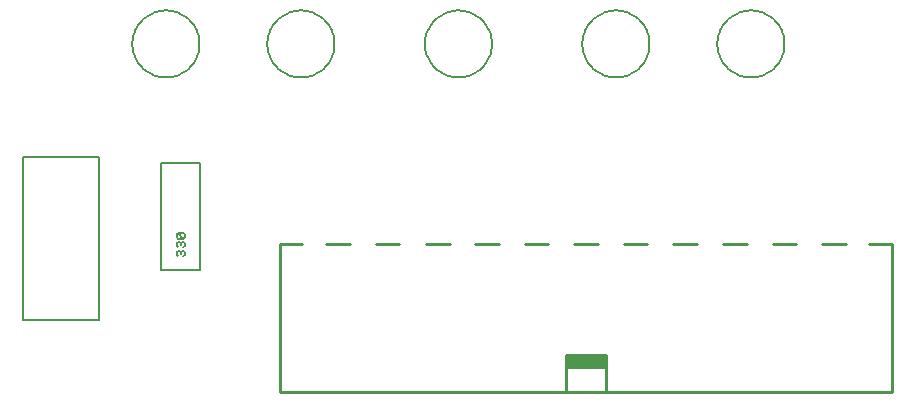
<source format=gto>
G75*
G70*
%OFA0B0*%
%FSLAX24Y24*%
%IPPOS*%
%LPD*%
%AMOC8*
5,1,8,0,0,1.08239X$1,22.5*
%
%ADD10C,0.0100*%
%ADD11C,0.0080*%
%ADD12C,0.0050*%
D10*
X012251Y001202D02*
X032645Y001202D01*
X032645Y006139D01*
X031897Y006139D01*
X031109Y006139D02*
X030322Y006139D01*
X029456Y006139D02*
X028668Y006139D01*
X027802Y006139D02*
X027015Y006139D01*
X026149Y006139D02*
X025361Y006139D01*
X024495Y006139D02*
X023708Y006139D01*
X022842Y006139D02*
X022054Y006139D01*
X021188Y006139D02*
X020401Y006139D01*
X019534Y006139D02*
X018747Y006139D01*
X017920Y006139D02*
X017133Y006139D01*
X016227Y006139D02*
X015440Y006139D01*
X014574Y006139D02*
X013786Y006139D01*
X012999Y006139D02*
X012251Y006139D01*
X012251Y001202D01*
X021779Y001257D02*
X021779Y002438D01*
X021779Y002044D01*
X023117Y002044D01*
X023117Y002438D01*
X021779Y002438D01*
X023117Y002438D01*
X023117Y001257D01*
X023117Y002110D02*
X021779Y002110D01*
X021779Y002209D02*
X023117Y002209D01*
X023117Y002307D02*
X021779Y002307D01*
X021779Y002406D02*
X023117Y002406D01*
D11*
X009597Y005278D02*
X009597Y008822D01*
X008298Y008822D01*
X008298Y005278D01*
X009597Y005278D01*
D12*
X003668Y003583D02*
X003668Y009017D01*
X006227Y009017D01*
X006227Y003583D01*
X003668Y003583D01*
X008803Y005770D02*
X008803Y005860D01*
X008848Y005905D01*
X008893Y005905D01*
X008938Y005860D01*
X008983Y005905D01*
X009028Y005905D01*
X009073Y005860D01*
X009073Y005770D01*
X009028Y005725D01*
X008938Y005815D02*
X008938Y005860D01*
X008848Y005725D02*
X008803Y005770D01*
X008848Y006020D02*
X008803Y006065D01*
X008803Y006155D01*
X008848Y006200D01*
X008893Y006200D01*
X008938Y006155D01*
X008983Y006200D01*
X009028Y006200D01*
X009073Y006155D01*
X009073Y006065D01*
X009028Y006020D01*
X008938Y006110D02*
X008938Y006155D01*
X009028Y006314D02*
X008848Y006494D01*
X009028Y006494D01*
X009073Y006449D01*
X009073Y006359D01*
X009028Y006314D01*
X008848Y006314D01*
X008803Y006359D01*
X008803Y006449D01*
X008848Y006494D01*
X007330Y012800D02*
X007332Y012866D01*
X007338Y012932D01*
X007348Y012998D01*
X007361Y013063D01*
X007379Y013127D01*
X007400Y013189D01*
X007425Y013251D01*
X007453Y013311D01*
X007485Y013369D01*
X007521Y013425D01*
X007559Y013478D01*
X007601Y013530D01*
X007646Y013579D01*
X007693Y013625D01*
X007744Y013668D01*
X007796Y013708D01*
X007851Y013745D01*
X007908Y013779D01*
X007967Y013809D01*
X008028Y013836D01*
X008090Y013859D01*
X008153Y013878D01*
X008218Y013894D01*
X008283Y013906D01*
X008349Y013914D01*
X008415Y013918D01*
X008481Y013918D01*
X008547Y013914D01*
X008613Y013906D01*
X008678Y013894D01*
X008743Y013878D01*
X008806Y013859D01*
X008868Y013836D01*
X008929Y013809D01*
X008988Y013779D01*
X009045Y013745D01*
X009100Y013708D01*
X009152Y013668D01*
X009203Y013625D01*
X009250Y013579D01*
X009295Y013530D01*
X009337Y013478D01*
X009375Y013425D01*
X009411Y013369D01*
X009443Y013311D01*
X009471Y013251D01*
X009496Y013189D01*
X009517Y013127D01*
X009535Y013063D01*
X009548Y012998D01*
X009558Y012932D01*
X009564Y012866D01*
X009566Y012800D01*
X009564Y012734D01*
X009558Y012668D01*
X009548Y012602D01*
X009535Y012537D01*
X009517Y012473D01*
X009496Y012411D01*
X009471Y012349D01*
X009443Y012289D01*
X009411Y012231D01*
X009375Y012175D01*
X009337Y012122D01*
X009295Y012070D01*
X009250Y012021D01*
X009203Y011975D01*
X009152Y011932D01*
X009100Y011892D01*
X009045Y011855D01*
X008988Y011821D01*
X008929Y011791D01*
X008868Y011764D01*
X008806Y011741D01*
X008743Y011722D01*
X008678Y011706D01*
X008613Y011694D01*
X008547Y011686D01*
X008481Y011682D01*
X008415Y011682D01*
X008349Y011686D01*
X008283Y011694D01*
X008218Y011706D01*
X008153Y011722D01*
X008090Y011741D01*
X008028Y011764D01*
X007967Y011791D01*
X007908Y011821D01*
X007851Y011855D01*
X007796Y011892D01*
X007744Y011932D01*
X007693Y011975D01*
X007646Y012021D01*
X007601Y012070D01*
X007559Y012122D01*
X007521Y012175D01*
X007485Y012231D01*
X007453Y012289D01*
X007425Y012349D01*
X007400Y012411D01*
X007379Y012473D01*
X007361Y012537D01*
X007348Y012602D01*
X007338Y012668D01*
X007332Y012734D01*
X007330Y012800D01*
X011830Y012800D02*
X011832Y012866D01*
X011838Y012932D01*
X011848Y012998D01*
X011861Y013063D01*
X011879Y013127D01*
X011900Y013189D01*
X011925Y013251D01*
X011953Y013311D01*
X011985Y013369D01*
X012021Y013425D01*
X012059Y013478D01*
X012101Y013530D01*
X012146Y013579D01*
X012193Y013625D01*
X012244Y013668D01*
X012296Y013708D01*
X012351Y013745D01*
X012408Y013779D01*
X012467Y013809D01*
X012528Y013836D01*
X012590Y013859D01*
X012653Y013878D01*
X012718Y013894D01*
X012783Y013906D01*
X012849Y013914D01*
X012915Y013918D01*
X012981Y013918D01*
X013047Y013914D01*
X013113Y013906D01*
X013178Y013894D01*
X013243Y013878D01*
X013306Y013859D01*
X013368Y013836D01*
X013429Y013809D01*
X013488Y013779D01*
X013545Y013745D01*
X013600Y013708D01*
X013652Y013668D01*
X013703Y013625D01*
X013750Y013579D01*
X013795Y013530D01*
X013837Y013478D01*
X013875Y013425D01*
X013911Y013369D01*
X013943Y013311D01*
X013971Y013251D01*
X013996Y013189D01*
X014017Y013127D01*
X014035Y013063D01*
X014048Y012998D01*
X014058Y012932D01*
X014064Y012866D01*
X014066Y012800D01*
X014064Y012734D01*
X014058Y012668D01*
X014048Y012602D01*
X014035Y012537D01*
X014017Y012473D01*
X013996Y012411D01*
X013971Y012349D01*
X013943Y012289D01*
X013911Y012231D01*
X013875Y012175D01*
X013837Y012122D01*
X013795Y012070D01*
X013750Y012021D01*
X013703Y011975D01*
X013652Y011932D01*
X013600Y011892D01*
X013545Y011855D01*
X013488Y011821D01*
X013429Y011791D01*
X013368Y011764D01*
X013306Y011741D01*
X013243Y011722D01*
X013178Y011706D01*
X013113Y011694D01*
X013047Y011686D01*
X012981Y011682D01*
X012915Y011682D01*
X012849Y011686D01*
X012783Y011694D01*
X012718Y011706D01*
X012653Y011722D01*
X012590Y011741D01*
X012528Y011764D01*
X012467Y011791D01*
X012408Y011821D01*
X012351Y011855D01*
X012296Y011892D01*
X012244Y011932D01*
X012193Y011975D01*
X012146Y012021D01*
X012101Y012070D01*
X012059Y012122D01*
X012021Y012175D01*
X011985Y012231D01*
X011953Y012289D01*
X011925Y012349D01*
X011900Y012411D01*
X011879Y012473D01*
X011861Y012537D01*
X011848Y012602D01*
X011838Y012668D01*
X011832Y012734D01*
X011830Y012800D01*
X017080Y012800D02*
X017082Y012866D01*
X017088Y012932D01*
X017098Y012998D01*
X017111Y013063D01*
X017129Y013127D01*
X017150Y013189D01*
X017175Y013251D01*
X017203Y013311D01*
X017235Y013369D01*
X017271Y013425D01*
X017309Y013478D01*
X017351Y013530D01*
X017396Y013579D01*
X017443Y013625D01*
X017494Y013668D01*
X017546Y013708D01*
X017601Y013745D01*
X017658Y013779D01*
X017717Y013809D01*
X017778Y013836D01*
X017840Y013859D01*
X017903Y013878D01*
X017968Y013894D01*
X018033Y013906D01*
X018099Y013914D01*
X018165Y013918D01*
X018231Y013918D01*
X018297Y013914D01*
X018363Y013906D01*
X018428Y013894D01*
X018493Y013878D01*
X018556Y013859D01*
X018618Y013836D01*
X018679Y013809D01*
X018738Y013779D01*
X018795Y013745D01*
X018850Y013708D01*
X018902Y013668D01*
X018953Y013625D01*
X019000Y013579D01*
X019045Y013530D01*
X019087Y013478D01*
X019125Y013425D01*
X019161Y013369D01*
X019193Y013311D01*
X019221Y013251D01*
X019246Y013189D01*
X019267Y013127D01*
X019285Y013063D01*
X019298Y012998D01*
X019308Y012932D01*
X019314Y012866D01*
X019316Y012800D01*
X019314Y012734D01*
X019308Y012668D01*
X019298Y012602D01*
X019285Y012537D01*
X019267Y012473D01*
X019246Y012411D01*
X019221Y012349D01*
X019193Y012289D01*
X019161Y012231D01*
X019125Y012175D01*
X019087Y012122D01*
X019045Y012070D01*
X019000Y012021D01*
X018953Y011975D01*
X018902Y011932D01*
X018850Y011892D01*
X018795Y011855D01*
X018738Y011821D01*
X018679Y011791D01*
X018618Y011764D01*
X018556Y011741D01*
X018493Y011722D01*
X018428Y011706D01*
X018363Y011694D01*
X018297Y011686D01*
X018231Y011682D01*
X018165Y011682D01*
X018099Y011686D01*
X018033Y011694D01*
X017968Y011706D01*
X017903Y011722D01*
X017840Y011741D01*
X017778Y011764D01*
X017717Y011791D01*
X017658Y011821D01*
X017601Y011855D01*
X017546Y011892D01*
X017494Y011932D01*
X017443Y011975D01*
X017396Y012021D01*
X017351Y012070D01*
X017309Y012122D01*
X017271Y012175D01*
X017235Y012231D01*
X017203Y012289D01*
X017175Y012349D01*
X017150Y012411D01*
X017129Y012473D01*
X017111Y012537D01*
X017098Y012602D01*
X017088Y012668D01*
X017082Y012734D01*
X017080Y012800D01*
X022330Y012800D02*
X022332Y012866D01*
X022338Y012932D01*
X022348Y012998D01*
X022361Y013063D01*
X022379Y013127D01*
X022400Y013189D01*
X022425Y013251D01*
X022453Y013311D01*
X022485Y013369D01*
X022521Y013425D01*
X022559Y013478D01*
X022601Y013530D01*
X022646Y013579D01*
X022693Y013625D01*
X022744Y013668D01*
X022796Y013708D01*
X022851Y013745D01*
X022908Y013779D01*
X022967Y013809D01*
X023028Y013836D01*
X023090Y013859D01*
X023153Y013878D01*
X023218Y013894D01*
X023283Y013906D01*
X023349Y013914D01*
X023415Y013918D01*
X023481Y013918D01*
X023547Y013914D01*
X023613Y013906D01*
X023678Y013894D01*
X023743Y013878D01*
X023806Y013859D01*
X023868Y013836D01*
X023929Y013809D01*
X023988Y013779D01*
X024045Y013745D01*
X024100Y013708D01*
X024152Y013668D01*
X024203Y013625D01*
X024250Y013579D01*
X024295Y013530D01*
X024337Y013478D01*
X024375Y013425D01*
X024411Y013369D01*
X024443Y013311D01*
X024471Y013251D01*
X024496Y013189D01*
X024517Y013127D01*
X024535Y013063D01*
X024548Y012998D01*
X024558Y012932D01*
X024564Y012866D01*
X024566Y012800D01*
X024564Y012734D01*
X024558Y012668D01*
X024548Y012602D01*
X024535Y012537D01*
X024517Y012473D01*
X024496Y012411D01*
X024471Y012349D01*
X024443Y012289D01*
X024411Y012231D01*
X024375Y012175D01*
X024337Y012122D01*
X024295Y012070D01*
X024250Y012021D01*
X024203Y011975D01*
X024152Y011932D01*
X024100Y011892D01*
X024045Y011855D01*
X023988Y011821D01*
X023929Y011791D01*
X023868Y011764D01*
X023806Y011741D01*
X023743Y011722D01*
X023678Y011706D01*
X023613Y011694D01*
X023547Y011686D01*
X023481Y011682D01*
X023415Y011682D01*
X023349Y011686D01*
X023283Y011694D01*
X023218Y011706D01*
X023153Y011722D01*
X023090Y011741D01*
X023028Y011764D01*
X022967Y011791D01*
X022908Y011821D01*
X022851Y011855D01*
X022796Y011892D01*
X022744Y011932D01*
X022693Y011975D01*
X022646Y012021D01*
X022601Y012070D01*
X022559Y012122D01*
X022521Y012175D01*
X022485Y012231D01*
X022453Y012289D01*
X022425Y012349D01*
X022400Y012411D01*
X022379Y012473D01*
X022361Y012537D01*
X022348Y012602D01*
X022338Y012668D01*
X022332Y012734D01*
X022330Y012800D01*
X026830Y012800D02*
X026832Y012866D01*
X026838Y012932D01*
X026848Y012998D01*
X026861Y013063D01*
X026879Y013127D01*
X026900Y013189D01*
X026925Y013251D01*
X026953Y013311D01*
X026985Y013369D01*
X027021Y013425D01*
X027059Y013478D01*
X027101Y013530D01*
X027146Y013579D01*
X027193Y013625D01*
X027244Y013668D01*
X027296Y013708D01*
X027351Y013745D01*
X027408Y013779D01*
X027467Y013809D01*
X027528Y013836D01*
X027590Y013859D01*
X027653Y013878D01*
X027718Y013894D01*
X027783Y013906D01*
X027849Y013914D01*
X027915Y013918D01*
X027981Y013918D01*
X028047Y013914D01*
X028113Y013906D01*
X028178Y013894D01*
X028243Y013878D01*
X028306Y013859D01*
X028368Y013836D01*
X028429Y013809D01*
X028488Y013779D01*
X028545Y013745D01*
X028600Y013708D01*
X028652Y013668D01*
X028703Y013625D01*
X028750Y013579D01*
X028795Y013530D01*
X028837Y013478D01*
X028875Y013425D01*
X028911Y013369D01*
X028943Y013311D01*
X028971Y013251D01*
X028996Y013189D01*
X029017Y013127D01*
X029035Y013063D01*
X029048Y012998D01*
X029058Y012932D01*
X029064Y012866D01*
X029066Y012800D01*
X029064Y012734D01*
X029058Y012668D01*
X029048Y012602D01*
X029035Y012537D01*
X029017Y012473D01*
X028996Y012411D01*
X028971Y012349D01*
X028943Y012289D01*
X028911Y012231D01*
X028875Y012175D01*
X028837Y012122D01*
X028795Y012070D01*
X028750Y012021D01*
X028703Y011975D01*
X028652Y011932D01*
X028600Y011892D01*
X028545Y011855D01*
X028488Y011821D01*
X028429Y011791D01*
X028368Y011764D01*
X028306Y011741D01*
X028243Y011722D01*
X028178Y011706D01*
X028113Y011694D01*
X028047Y011686D01*
X027981Y011682D01*
X027915Y011682D01*
X027849Y011686D01*
X027783Y011694D01*
X027718Y011706D01*
X027653Y011722D01*
X027590Y011741D01*
X027528Y011764D01*
X027467Y011791D01*
X027408Y011821D01*
X027351Y011855D01*
X027296Y011892D01*
X027244Y011932D01*
X027193Y011975D01*
X027146Y012021D01*
X027101Y012070D01*
X027059Y012122D01*
X027021Y012175D01*
X026985Y012231D01*
X026953Y012289D01*
X026925Y012349D01*
X026900Y012411D01*
X026879Y012473D01*
X026861Y012537D01*
X026848Y012602D01*
X026838Y012668D01*
X026832Y012734D01*
X026830Y012800D01*
M02*

</source>
